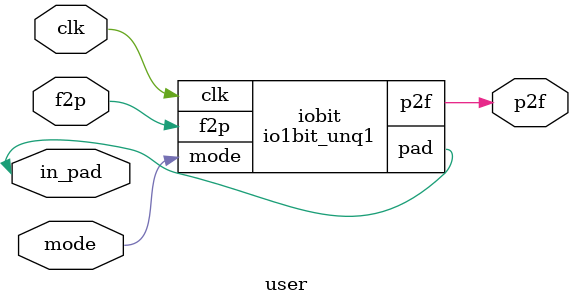
<source format=v>
module io1bit_unq1 (
                    clk, 
                    pad,
                    p2f,
                    f2p,
                    mode
                    );

   /* verilator lint_off UNUSED */
   input  clk;
   inout pad;
   output p2f;
   input f2p;
   input mode;
   
   assign pad = (mode == 1'b1) ? f2p : 1'bz;

   assign p2f = pad;

endmodule

module user(
            input clk, 
            inout in_pad,
            output p2f,
            input f2p,
            input mode
            );

   io1bit_unq1 iobit(.clk(clk),
                     .pad(in_pad),
                     .p2f(p2f),
                     .f2p(f2p),
                     .mode(mode));
   
endmodule
            

</source>
